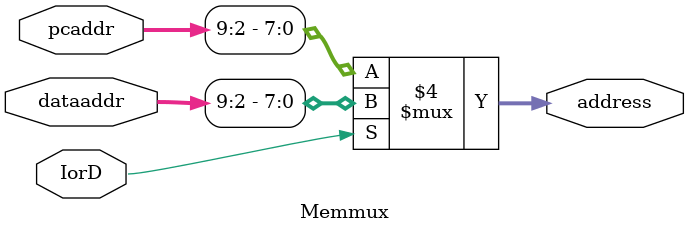
<source format=v>
`timescale 1ns / 1ps


module Memmux(
    input IorD,
    input [31:0]pcaddr,
    input [31:0]dataaddr,
    output reg [7:0]address
);
    always@(*) begin
        if(IorD == 0)
            address = pcaddr[9:2];
        else
            address = dataaddr[9:2];
    end
endmodule

</source>
